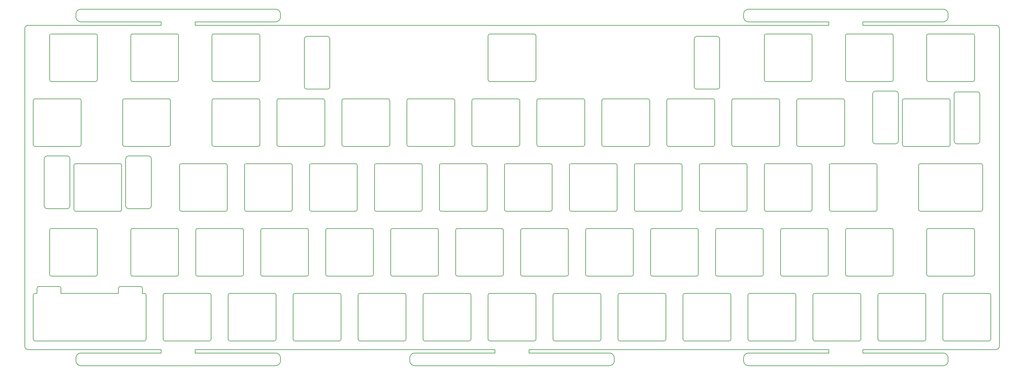
<source format=gbr>
%TF.GenerationSoftware,KiCad,Pcbnew,7.0.1-0*%
%TF.CreationDate,2023-08-02T23:05:51-05:00*%
%TF.ProjectId,plate,706c6174-652e-46b6-9963-61645f706362,rev?*%
%TF.SameCoordinates,Original*%
%TF.FileFunction,Profile,NP*%
%FSLAX46Y46*%
G04 Gerber Fmt 4.6, Leading zero omitted, Abs format (unit mm)*
G04 Created by KiCad (PCBNEW 7.0.1-0) date 2023-08-02 23:05:51*
%MOMM*%
%LPD*%
G01*
G04 APERTURE LIST*
%TA.AperFunction,Profile*%
%ADD10C,0.200000*%
%TD*%
G04 APERTURE END LIST*
D10*
X27758025Y-44053169D02*
X-11241975Y-44053162D01*
X27758025Y-43053169D02*
X27758025Y-44053169D01*
X4258025Y-43053169D02*
X27758025Y-43053169D01*
X2758025Y-41553169D02*
G75*
G03*
X4258025Y-43053169I1499999J-1D01*
G01*
X2758025Y-40803169D02*
X2758025Y-41553169D01*
X4258025Y-39303169D02*
G75*
G03*
X2758025Y-40803169I1J-1500001D01*
G01*
X61258025Y-39303169D02*
X4258025Y-39303169D01*
X62758025Y-40803169D02*
G75*
G03*
X61258025Y-39303169I-1500001J-1D01*
G01*
X62758025Y-41553169D02*
X62758025Y-40803169D01*
X61258025Y-43053169D02*
G75*
G03*
X62758025Y-41553169I1J1499999D01*
G01*
X37758025Y-43053169D02*
X61258025Y-43053169D01*
X37761871Y-44053162D02*
X37758025Y-43053169D01*
X223508025Y-44053162D02*
X37761871Y-44053162D01*
X223508025Y-43053162D02*
X223508025Y-44053162D01*
X200008025Y-43053162D02*
X223508025Y-43053162D01*
X198508025Y-41553162D02*
G75*
G03*
X200008025Y-43053162I1500001J1D01*
G01*
X198508025Y-40803162D02*
X198508025Y-41553162D01*
X200008025Y-39303162D02*
G75*
G03*
X198508025Y-40803162I1J-1500001D01*
G01*
X257008025Y-39303162D02*
X200008025Y-39303162D01*
X258508025Y-40803162D02*
G75*
G03*
X257008025Y-39303162I-1500001J-1D01*
G01*
X258508025Y-41553162D02*
X258508025Y-40803162D01*
X257008025Y-43053162D02*
G75*
G03*
X258508025Y-41553162I-1J1500001D01*
G01*
X233508025Y-43053162D02*
X257008025Y-43053162D01*
X233508025Y-44053162D02*
X233508025Y-43053162D01*
X272508025Y-44053162D02*
X233508025Y-44053162D01*
X273508025Y-45053162D02*
G75*
G03*
X272508025Y-44053162I-999999J1D01*
G01*
X273508025Y-138303162D02*
X273508025Y-45053162D01*
X272508025Y-139303162D02*
G75*
G03*
X273508025Y-138303162I1J999999D01*
G01*
X233508025Y-139303162D02*
X272508025Y-139303162D01*
X233508025Y-140303162D02*
X233508025Y-139303162D01*
X257008025Y-140303162D02*
X233508025Y-140303162D01*
X258508025Y-141803162D02*
G75*
G03*
X257008025Y-140303162I-1500001J-1D01*
G01*
X258508025Y-142553162D02*
X258508025Y-141803162D01*
X257008025Y-144053162D02*
G75*
G03*
X258508025Y-142553162I-1J1500001D01*
G01*
X200008025Y-144053162D02*
X257008025Y-144053162D01*
X198508025Y-142553162D02*
G75*
G03*
X200008025Y-144053162I1500001J1D01*
G01*
X198508025Y-141803162D02*
X198508025Y-142553162D01*
X200008025Y-140303162D02*
G75*
G03*
X198508025Y-141803162I1J-1500001D01*
G01*
X223508025Y-140303162D02*
X200008025Y-140303162D01*
X223508025Y-139303162D02*
X223508025Y-140303162D01*
X135633025Y-139303162D02*
X223508025Y-139303162D01*
X135633025Y-140303162D02*
X135633025Y-139303162D01*
X159133025Y-140303162D02*
X135633025Y-140303162D01*
X160633025Y-141803162D02*
G75*
G03*
X159133025Y-140303162I-1500001J-1D01*
G01*
X160633025Y-142553162D02*
X160633025Y-141803162D01*
X159133025Y-144053162D02*
G75*
G03*
X160633025Y-142553162I-1J1500001D01*
G01*
X102133025Y-144053162D02*
X159133025Y-144053162D01*
X100633025Y-142553162D02*
G75*
G03*
X102133025Y-144053162I1500001J1D01*
G01*
X100633025Y-141803162D02*
X100633025Y-142553162D01*
X102133025Y-140303162D02*
G75*
G03*
X100633025Y-141803162I1J-1500001D01*
G01*
X125633025Y-140303162D02*
X102133025Y-140303162D01*
X125633025Y-139303162D02*
X125633025Y-140303162D01*
X37758025Y-139303162D02*
X125633025Y-139303162D01*
X37758025Y-140303162D02*
X37758025Y-139303162D01*
X61258025Y-140303162D02*
X37758025Y-140303162D01*
X62758025Y-141803162D02*
G75*
G03*
X61258025Y-140303162I-1500001J-1D01*
G01*
X62758025Y-142553162D02*
X62758025Y-141803162D01*
X61258025Y-144053162D02*
G75*
G03*
X62758025Y-142553162I-1J1500001D01*
G01*
X4258025Y-144053162D02*
X61258025Y-144053162D01*
X2758025Y-142553162D02*
G75*
G03*
X4258025Y-144053162I1500001J1D01*
G01*
X2758025Y-141803162D02*
X2758025Y-142553162D01*
X4258025Y-140303162D02*
G75*
G03*
X2758025Y-141803162I1J-1500001D01*
G01*
X27758025Y-140303162D02*
X4258025Y-140303162D01*
X27758025Y-139303162D02*
X27758025Y-140303162D01*
X-11241975Y-139303162D02*
X27758025Y-139303162D01*
X-12241975Y-138303162D02*
G75*
G03*
X-11241975Y-139303162I999999J-1D01*
G01*
X-12241975Y-45053162D02*
X-12241975Y-138303162D01*
X-11241975Y-44053162D02*
G75*
G03*
X-12241975Y-45053162I-1J-999999D01*
G01*
X76508025Y-117728162D02*
X89508025Y-117728162D01*
X76008025Y-117228162D02*
G75*
G03*
X76508025Y-117728162I500001J1D01*
G01*
X76008025Y-104228162D02*
X76008025Y-117228162D01*
X76508025Y-103728162D02*
G75*
G03*
X76008025Y-104228162I1J-500001D01*
G01*
X89508025Y-103728162D02*
X76508025Y-103728162D01*
X90008025Y-104228162D02*
G75*
G03*
X89508025Y-103728162I-500001J-1D01*
G01*
X90008025Y-117228162D02*
X90008025Y-104228162D01*
X89508025Y-117728162D02*
G75*
G03*
X90008025Y-117228162I-1J500001D01*
G01*
X133658025Y-117728162D02*
X146658025Y-117728162D01*
X133158025Y-117228162D02*
G75*
G03*
X133658025Y-117728162I500001J1D01*
G01*
X133158025Y-104228162D02*
X133158025Y-117228162D01*
X133658025Y-103728162D02*
G75*
G03*
X133158025Y-104228162I1J-500001D01*
G01*
X146658025Y-103728162D02*
X133658025Y-103728162D01*
X147158025Y-104228162D02*
G75*
G03*
X146658025Y-103728162I-500001J-1D01*
G01*
X147158025Y-117228162D02*
X147158025Y-104228162D01*
X146658025Y-117728162D02*
G75*
G03*
X147158025Y-117228162I-1J500001D01*
G01*
X181283025Y-136778162D02*
X194283025Y-136778162D01*
X180783025Y-136278162D02*
G75*
G03*
X181283025Y-136778162I500001J1D01*
G01*
X180783025Y-123278162D02*
X180783025Y-136278162D01*
X181283025Y-122778162D02*
G75*
G03*
X180783025Y-123278162I1J-500001D01*
G01*
X194283025Y-122778162D02*
X181283025Y-122778162D01*
X194783025Y-123278162D02*
G75*
G03*
X194283025Y-122778162I-500001J-1D01*
G01*
X194783025Y-136278162D02*
X194783025Y-123278162D01*
X194283025Y-136778162D02*
G75*
G03*
X194783025Y-136278162I-1J500001D01*
G01*
X-9216975Y-79628162D02*
X3783025Y-79628162D01*
X-9716975Y-79128162D02*
G75*
G03*
X-9216975Y-79628162I500001J1D01*
G01*
X-9716975Y-66128162D02*
X-9716975Y-79128162D01*
X-9216975Y-65628162D02*
G75*
G03*
X-9716975Y-66128162I1J-500001D01*
G01*
X3783025Y-65628162D02*
X-9216975Y-65628162D01*
X4283025Y-66128162D02*
G75*
G03*
X3783025Y-65628162I-500001J-1D01*
G01*
X4283025Y-79128162D02*
X4283025Y-66128162D01*
X3783025Y-79628162D02*
G75*
G03*
X4283025Y-79128162I-1J500001D01*
G01*
X57458025Y-117728162D02*
X70458025Y-117728162D01*
X56958025Y-117228162D02*
G75*
G03*
X57458025Y-117728162I500001J1D01*
G01*
X56958025Y-104228162D02*
X56958025Y-117228162D01*
X57458025Y-103728162D02*
G75*
G03*
X56958025Y-104228162I1J-500001D01*
G01*
X70458025Y-103728162D02*
X57458025Y-103728162D01*
X70958025Y-104228162D02*
G75*
G03*
X70458025Y-103728162I-500001J-1D01*
G01*
X70958025Y-117228162D02*
X70958025Y-104228162D01*
X70458025Y-117728162D02*
G75*
G03*
X70958025Y-117228162I-1J500001D01*
G01*
X-9216975Y-136778162D02*
X22833025Y-136778162D01*
X-9716975Y-136278162D02*
G75*
G03*
X-9216975Y-136778162I500001J1D01*
G01*
X-9716975Y-123278162D02*
X-9716975Y-136278162D01*
X-9216975Y-122778162D02*
G75*
G03*
X-9716975Y-123278162I1J-500001D01*
G01*
X-8629975Y-122778162D02*
X-9216975Y-122778162D01*
X-8629975Y-121278162D02*
X-8629975Y-122778162D01*
X-8129975Y-120778162D02*
G75*
G03*
X-8629975Y-121278162I1J-500001D01*
G01*
X-2129975Y-120778162D02*
X-8129975Y-120778162D01*
X-1629975Y-121278162D02*
G75*
G03*
X-2129975Y-120778162I-500001J-1D01*
G01*
X-1629975Y-122778162D02*
X-1629975Y-121278162D01*
X15246025Y-122778162D02*
X-1629975Y-122778162D01*
X15246025Y-121278162D02*
X15246025Y-122778162D01*
X15746025Y-120778162D02*
G75*
G03*
X15246025Y-121278162I1J-500001D01*
G01*
X21746025Y-120778162D02*
X15746025Y-120778162D01*
X22246025Y-121278162D02*
G75*
G03*
X21746025Y-120778162I-500001J-1D01*
G01*
X22246025Y-122778162D02*
X22246025Y-121278162D01*
X22833025Y-122778162D02*
X22246025Y-122778162D01*
X23333025Y-123278162D02*
G75*
G03*
X22833025Y-122778162I-500001J-1D01*
G01*
X23333025Y-136278162D02*
X23333025Y-123278162D01*
X22833025Y-136778162D02*
G75*
G03*
X23333025Y-136278162I-1J500001D01*
G01*
X228908025Y-117728162D02*
X241908025Y-117728162D01*
X228408025Y-117228162D02*
G75*
G03*
X228908025Y-117728162I500001J1D01*
G01*
X228408025Y-104228162D02*
X228408025Y-117228162D01*
X228908025Y-103728162D02*
G75*
G03*
X228408025Y-104228162I1J-500001D01*
G01*
X241908025Y-103728162D02*
X228908025Y-103728162D01*
X242408025Y-104228162D02*
G75*
G03*
X241908025Y-103728162I-500001J-1D01*
G01*
X242408025Y-117228162D02*
X242408025Y-104228162D01*
X241908025Y-117728162D02*
G75*
G03*
X242408025Y-117228162I-1J500001D01*
G01*
X162233025Y-136778162D02*
X175233025Y-136778162D01*
X161733025Y-136278162D02*
G75*
G03*
X162233025Y-136778162I500001J1D01*
G01*
X161733025Y-123278162D02*
X161733025Y-136278162D01*
X162233025Y-122778162D02*
G75*
G03*
X161733025Y-123278162I1J-500001D01*
G01*
X175233025Y-122778162D02*
X162233025Y-122778162D01*
X175733025Y-123278162D02*
G75*
G03*
X175233025Y-122778162I-500001J-1D01*
G01*
X175733025Y-136278162D02*
X175733025Y-123278162D01*
X175233025Y-136778162D02*
G75*
G03*
X175733025Y-136278162I-1J500001D01*
G01*
X157470525Y-79628162D02*
X170470525Y-79628162D01*
X156970525Y-79128162D02*
G75*
G03*
X157470525Y-79628162I500001J1D01*
G01*
X156970525Y-66128162D02*
X156970525Y-79128162D01*
X157470525Y-65628162D02*
G75*
G03*
X156970525Y-66128162I1J-500001D01*
G01*
X170470525Y-65628162D02*
X157470525Y-65628162D01*
X170970525Y-66128162D02*
G75*
G03*
X170470525Y-65628162I-500001J-1D01*
G01*
X170970525Y-79128162D02*
X170970525Y-66128162D01*
X170470525Y-79628162D02*
G75*
G03*
X170970525Y-79128162I-1J500001D01*
G01*
X237138775Y-78878162D02*
X243138775Y-78878162D01*
X236388775Y-78128162D02*
G75*
G03*
X237138775Y-78878162I750000J0D01*
G01*
X236388775Y-64128162D02*
X236388775Y-78128162D01*
X237138775Y-63378162D02*
G75*
G03*
X236388775Y-64128162I0J-750000D01*
G01*
X243138775Y-63378162D02*
X237138775Y-63378162D01*
X243888775Y-64128162D02*
G75*
G03*
X243138775Y-63378162I-750000J0D01*
G01*
X243888775Y-78128162D02*
X243888775Y-64128162D01*
X243138775Y-78878162D02*
G75*
G03*
X243888775Y-78128162I0J750000D01*
G01*
X62220525Y-79628162D02*
X75220525Y-79628162D01*
X61720525Y-79128162D02*
G75*
G03*
X62220525Y-79628162I500001J1D01*
G01*
X61720525Y-66128162D02*
X61720525Y-79128162D01*
X62220525Y-65628162D02*
G75*
G03*
X61720525Y-66128162I1J-500001D01*
G01*
X75220525Y-65628162D02*
X62220525Y-65628162D01*
X75720525Y-66128162D02*
G75*
G03*
X75220525Y-65628162I-500001J-1D01*
G01*
X75720525Y-79128162D02*
X75720525Y-66128162D01*
X75220525Y-79628162D02*
G75*
G03*
X75720525Y-79128162I-1J500001D01*
G01*
X166495525Y-85178162D02*
X166495525Y-98178162D01*
X166995525Y-84678162D02*
G75*
G03*
X166495525Y-85178162I1J-500001D01*
G01*
X179995525Y-84678162D02*
X166995525Y-84678162D01*
X180495525Y-85178162D02*
G75*
G03*
X179995525Y-84678162I-500001J-1D01*
G01*
X180495525Y-98178162D02*
X180495525Y-85178162D01*
X179995525Y-98678162D02*
G75*
G03*
X180495525Y-98178162I-1J500001D01*
G01*
X166995525Y-98678162D02*
X179995525Y-98678162D01*
X166495525Y-98178162D02*
G75*
G03*
X166995525Y-98678162I500001J1D01*
G01*
X33645525Y-98678162D02*
X46645525Y-98678162D01*
X33145525Y-98178162D02*
G75*
G03*
X33645525Y-98678162I500001J1D01*
G01*
X33145525Y-85178162D02*
X33145525Y-98178162D01*
X33645525Y-84678162D02*
G75*
G03*
X33145525Y-85178162I1J-500001D01*
G01*
X46645525Y-84678162D02*
X33645525Y-84678162D01*
X47145525Y-85178162D02*
G75*
G03*
X46645525Y-84678162I-500001J-1D01*
G01*
X47145525Y-98178162D02*
X47145525Y-85178162D01*
X46645525Y-98678162D02*
G75*
G03*
X47145525Y-98178162I-1J500001D01*
G01*
X245576775Y-79628162D02*
X258576775Y-79628162D01*
X245076775Y-79128162D02*
G75*
G03*
X245576775Y-79628162I500001J1D01*
G01*
X245076775Y-66128162D02*
X245076775Y-79128162D01*
X245576775Y-65628162D02*
G75*
G03*
X245076775Y-66128162I1J-500001D01*
G01*
X258576775Y-65628162D02*
X245576775Y-65628162D01*
X259076775Y-66128162D02*
G75*
G03*
X258576775Y-65628162I-500001J-1D01*
G01*
X259076775Y-79128162D02*
X259076775Y-66128162D01*
X258576775Y-79628162D02*
G75*
G03*
X259076775Y-79128162I-1J500001D01*
G01*
X190020525Y-66128162D02*
G75*
G03*
X189520525Y-65628162I-500001J-1D01*
G01*
X176520525Y-65628162D02*
X189520525Y-65628162D01*
X176520525Y-65628162D02*
G75*
G03*
X176020525Y-66128162I1J-500001D01*
G01*
X176020525Y-79128162D02*
X176020525Y-66128162D01*
X176020525Y-79128162D02*
G75*
G03*
X176520525Y-79628162I500001J1D01*
G01*
X189520525Y-79628162D02*
X176520525Y-79628162D01*
X189520525Y-79628162D02*
G75*
G03*
X190020525Y-79128162I-1J500001D01*
G01*
X190020525Y-66128162D02*
X190020525Y-79128162D01*
X66983025Y-136778162D02*
X79983025Y-136778162D01*
X66483025Y-136278162D02*
G75*
G03*
X66983025Y-136778162I500001J1D01*
G01*
X66483025Y-123278162D02*
X66483025Y-136278162D01*
X66983025Y-122778162D02*
G75*
G03*
X66483025Y-123278162I1J-500001D01*
G01*
X79983025Y-122778162D02*
X66983025Y-122778162D01*
X80483025Y-123278162D02*
G75*
G03*
X79983025Y-122778162I-500001J-1D01*
G01*
X80483025Y-136278162D02*
X80483025Y-123278162D01*
X79983025Y-136778162D02*
G75*
G03*
X80483025Y-136278162I-1J500001D01*
G01*
X124133025Y-136778162D02*
X137133025Y-136778162D01*
X123633025Y-136278162D02*
G75*
G03*
X124133025Y-136778162I500001J1D01*
G01*
X123633025Y-123278162D02*
X123633025Y-136278162D01*
X124133025Y-122778162D02*
G75*
G03*
X123633025Y-123278162I1J-500001D01*
G01*
X137133025Y-122778162D02*
X124133025Y-122778162D01*
X137633025Y-123278162D02*
G75*
G03*
X137133025Y-122778162I-500001J-1D01*
G01*
X137633025Y-136278162D02*
X137633025Y-123278162D01*
X137133025Y-136778162D02*
G75*
G03*
X137633025Y-136278162I-1J500001D01*
G01*
X43170525Y-79628162D02*
X56170525Y-79628162D01*
X42670525Y-79128162D02*
G75*
G03*
X43170525Y-79628162I500001J1D01*
G01*
X42670525Y-66128162D02*
X42670525Y-79128162D01*
X43170525Y-65628162D02*
G75*
G03*
X42670525Y-66128162I1J-500001D01*
G01*
X56170525Y-65628162D02*
X43170525Y-65628162D01*
X56670525Y-66128162D02*
G75*
G03*
X56170525Y-65628162I-500001J-1D01*
G01*
X56670525Y-79128162D02*
X56670525Y-66128162D01*
X56170525Y-79628162D02*
G75*
G03*
X56670525Y-79128162I-1J500001D01*
G01*
X81270525Y-79628162D02*
X94270525Y-79628162D01*
X80770525Y-79128162D02*
G75*
G03*
X81270525Y-79628162I500001J1D01*
G01*
X80770525Y-66128162D02*
X80770525Y-79128162D01*
X81270525Y-65628162D02*
G75*
G03*
X80770525Y-66128162I1J-500001D01*
G01*
X94270525Y-65628162D02*
X81270525Y-65628162D01*
X94770525Y-66128162D02*
G75*
G03*
X94270525Y-65628162I-500001J-1D01*
G01*
X94770525Y-79128162D02*
X94770525Y-66128162D01*
X94270525Y-79628162D02*
G75*
G03*
X94770525Y-79128162I-1J500001D01*
G01*
X28883025Y-136778162D02*
X41883025Y-136778162D01*
X28383025Y-136278162D02*
G75*
G03*
X28883025Y-136778162I500001J1D01*
G01*
X28383025Y-123278162D02*
X28383025Y-136278162D01*
X28883025Y-122778162D02*
G75*
G03*
X28383025Y-123278162I1J-500001D01*
G01*
X41883025Y-122778162D02*
X28883025Y-122778162D01*
X42383025Y-123278162D02*
G75*
G03*
X41883025Y-122778162I-500001J-1D01*
G01*
X42383025Y-136278162D02*
X42383025Y-123278162D01*
X41883025Y-136778162D02*
G75*
G03*
X42383025Y-136278162I-1J500001D01*
G01*
X47433025Y-123278162D02*
X47433025Y-136278162D01*
X47933025Y-122778162D02*
G75*
G03*
X47433025Y-123278162I1J-500001D01*
G01*
X60933025Y-122778162D02*
X47933025Y-122778162D01*
X61433025Y-123278162D02*
G75*
G03*
X60933025Y-122778162I-500001J-1D01*
G01*
X61433025Y-136278162D02*
X61433025Y-123278162D01*
X60933025Y-136778162D02*
G75*
G03*
X61433025Y-136278162I-1J500001D01*
G01*
X47933025Y-136778162D02*
X60933025Y-136778162D01*
X47433025Y-136278162D02*
G75*
G03*
X47933025Y-136778162I500001J1D01*
G01*
X114608025Y-117728162D02*
X127608025Y-117728162D01*
X114108025Y-117228162D02*
G75*
G03*
X114608025Y-117728162I500001J1D01*
G01*
X114108025Y-104228162D02*
X114108025Y-117228162D01*
X114608025Y-103728162D02*
G75*
G03*
X114108025Y-104228162I1J-500001D01*
G01*
X127608025Y-103728162D02*
X114608025Y-103728162D01*
X128108025Y-104228162D02*
G75*
G03*
X127608025Y-103728162I-500001J-1D01*
G01*
X128108025Y-117228162D02*
X128108025Y-104228162D01*
X127608025Y-117728162D02*
G75*
G03*
X128108025Y-117228162I-1J500001D01*
G01*
X52195525Y-85178162D02*
X52195525Y-98178162D01*
X52695525Y-84678162D02*
G75*
G03*
X52195525Y-85178162I1J-500001D01*
G01*
X65695525Y-84678162D02*
X52695525Y-84678162D01*
X66195525Y-85178162D02*
G75*
G03*
X65695525Y-84678162I-500001J-1D01*
G01*
X66195525Y-98178162D02*
X66195525Y-85178162D01*
X65695525Y-98678162D02*
G75*
G03*
X66195525Y-98178162I-1J500001D01*
G01*
X52695525Y-98678162D02*
X65695525Y-98678162D01*
X52195525Y-98178162D02*
G75*
G03*
X52695525Y-98678162I500001J1D01*
G01*
X266220525Y-47078162D02*
G75*
G03*
X265720525Y-46578162I-500001J-1D01*
G01*
X252720525Y-46578162D02*
X265720525Y-46578162D01*
X252720525Y-46578162D02*
G75*
G03*
X252220525Y-47078162I1J-500001D01*
G01*
X252220525Y-60078162D02*
X252220525Y-47078162D01*
X252220525Y-60078162D02*
G75*
G03*
X252720525Y-60578162I500001J1D01*
G01*
X265720525Y-60578162D02*
X252720525Y-60578162D01*
X265720525Y-60578162D02*
G75*
G03*
X266220525Y-60078162I-1J500001D01*
G01*
X266220525Y-47078162D02*
X266220525Y-60078162D01*
X214620525Y-79628162D02*
X227620525Y-79628162D01*
X214120525Y-79128162D02*
G75*
G03*
X214620525Y-79628162I500001J1D01*
G01*
X214120525Y-66128162D02*
X214120525Y-79128162D01*
X214620525Y-65628162D02*
G75*
G03*
X214120525Y-66128162I1J-500001D01*
G01*
X227620525Y-65628162D02*
X214620525Y-65628162D01*
X228120525Y-66128162D02*
G75*
G03*
X227620525Y-65628162I-500001J-1D01*
G01*
X228120525Y-79128162D02*
X228120525Y-66128162D01*
X227620525Y-79628162D02*
G75*
G03*
X228120525Y-79128162I-1J500001D01*
G01*
X128895525Y-98678162D02*
X141895525Y-98678162D01*
X128395525Y-98178162D02*
G75*
G03*
X128895525Y-98678162I500001J1D01*
G01*
X128395525Y-85178162D02*
X128395525Y-98178162D01*
X128895525Y-84678162D02*
G75*
G03*
X128395525Y-85178162I1J-500001D01*
G01*
X141895525Y-84678162D02*
X128895525Y-84678162D01*
X142395525Y-85178162D02*
G75*
G03*
X141895525Y-84678162I-500001J-1D01*
G01*
X142395525Y-98178162D02*
X142395525Y-85178162D01*
X141895525Y-98678162D02*
G75*
G03*
X142395525Y-98178162I-1J500001D01*
G01*
X223358025Y-104228162D02*
G75*
G03*
X222858025Y-103728162I-500001J-1D01*
G01*
X209858025Y-103728162D02*
X222858025Y-103728162D01*
X209858025Y-103728162D02*
G75*
G03*
X209358025Y-104228162I1J-500001D01*
G01*
X209358025Y-117228162D02*
X209358025Y-104228162D01*
X209358025Y-117228162D02*
G75*
G03*
X209858025Y-117728162I500001J1D01*
G01*
X222858025Y-117728162D02*
X209858025Y-117728162D01*
X222858025Y-117728162D02*
G75*
G03*
X223358025Y-117228162I-1J500001D01*
G01*
X223358025Y-104228162D02*
X223358025Y-117228162D01*
X109845525Y-98678162D02*
X122845525Y-98678162D01*
X109345525Y-98178162D02*
G75*
G03*
X109845525Y-98678162I500001J1D01*
G01*
X109345525Y-85178162D02*
X109345525Y-98178162D01*
X109845525Y-84678162D02*
G75*
G03*
X109345525Y-85178162I1J-500001D01*
G01*
X122845525Y-84678162D02*
X109845525Y-84678162D01*
X123345525Y-85178162D02*
G75*
G03*
X122845525Y-84678162I-500001J-1D01*
G01*
X123345525Y-98178162D02*
X123345525Y-85178162D01*
X122845525Y-98678162D02*
G75*
G03*
X123345525Y-98178162I-1J500001D01*
G01*
X105083025Y-136778162D02*
X118083025Y-136778162D01*
X104583025Y-136278162D02*
G75*
G03*
X105083025Y-136778162I500001J1D01*
G01*
X104583025Y-123278162D02*
X104583025Y-136278162D01*
X105083025Y-122778162D02*
G75*
G03*
X104583025Y-123278162I1J-500001D01*
G01*
X118083025Y-122778162D02*
X105083025Y-122778162D01*
X118583025Y-123278162D02*
G75*
G03*
X118083025Y-122778162I-500001J-1D01*
G01*
X118583025Y-136278162D02*
X118583025Y-123278162D01*
X118083025Y-136778162D02*
G75*
G03*
X118583025Y-136278162I-1J500001D01*
G01*
X71745525Y-98678162D02*
X84745525Y-98678162D01*
X71245525Y-98178162D02*
G75*
G03*
X71745525Y-98678162I500001J1D01*
G01*
X71245525Y-85178162D02*
X71245525Y-98178162D01*
X71745525Y-84678162D02*
G75*
G03*
X71245525Y-85178162I1J-500001D01*
G01*
X84745525Y-84678162D02*
X71745525Y-84678162D01*
X85245525Y-85178162D02*
G75*
G03*
X84745525Y-84678162I-500001J-1D01*
G01*
X85245525Y-98178162D02*
X85245525Y-85178162D01*
X84745525Y-98678162D02*
G75*
G03*
X85245525Y-98178162I-1J500001D01*
G01*
X2689275Y-98678162D02*
X15689275Y-98678162D01*
X2189275Y-98178162D02*
G75*
G03*
X2689275Y-98678162I500001J1D01*
G01*
X2189275Y-85178162D02*
X2189275Y-98178162D01*
X2689275Y-84678162D02*
G75*
G03*
X2189275Y-85178162I1J-500001D01*
G01*
X15689275Y-84678162D02*
X2689275Y-84678162D01*
X16189275Y-85178162D02*
G75*
G03*
X15689275Y-84678162I-500001J-1D01*
G01*
X16189275Y-98178162D02*
X16189275Y-85178162D01*
X15689275Y-98678162D02*
G75*
G03*
X16189275Y-98178162I-1J500001D01*
G01*
X18127275Y-97928162D02*
X24127275Y-97928162D01*
X17377275Y-97178162D02*
G75*
G03*
X18127275Y-97928162I750000J0D01*
G01*
X17377275Y-83178162D02*
X17377275Y-97178162D01*
X18127275Y-82428162D02*
G75*
G03*
X17377275Y-83178162I0J-750000D01*
G01*
X24127275Y-82428162D02*
X18127275Y-82428162D01*
X24877275Y-83178162D02*
G75*
G03*
X24127275Y-82428162I-750000J0D01*
G01*
X24877275Y-97178162D02*
X24877275Y-83178162D01*
X24127275Y-97928162D02*
G75*
G03*
X24877275Y-97178162I0J750000D01*
G01*
X38408025Y-117728162D02*
X51408025Y-117728162D01*
X37908025Y-117228162D02*
G75*
G03*
X38408025Y-117728162I500001J1D01*
G01*
X37908025Y-104228162D02*
X37908025Y-117228162D01*
X38408025Y-103728162D02*
G75*
G03*
X37908025Y-104228162I1J-500001D01*
G01*
X51408025Y-103728162D02*
X38408025Y-103728162D01*
X51908025Y-104228162D02*
G75*
G03*
X51408025Y-103728162I-500001J-1D01*
G01*
X51908025Y-117228162D02*
X51908025Y-104228162D01*
X51408025Y-117728162D02*
G75*
G03*
X51908025Y-117228162I-1J500001D01*
G01*
X-4454475Y-117728162D02*
X8545525Y-117728162D01*
X-4954475Y-117228162D02*
G75*
G03*
X-4454475Y-117728162I500001J1D01*
G01*
X-4954475Y-104228162D02*
X-4954475Y-117228162D01*
X-4454475Y-103728162D02*
G75*
G03*
X-4954475Y-104228162I1J-500001D01*
G01*
X8545525Y-103728162D02*
X-4454475Y-103728162D01*
X9045525Y-104228162D02*
G75*
G03*
X8545525Y-103728162I-500001J-1D01*
G01*
X9045525Y-117228162D02*
X9045525Y-104228162D01*
X8545525Y-117728162D02*
G75*
G03*
X9045525Y-117228162I-1J500001D01*
G01*
X-5748725Y-97928162D02*
X251275Y-97928162D01*
X-6498725Y-97178162D02*
G75*
G03*
X-5748725Y-97928162I750000J0D01*
G01*
X-6498725Y-83178162D02*
X-6498725Y-97178162D01*
X-5748725Y-82428162D02*
G75*
G03*
X-6498725Y-83178162I0J-750000D01*
G01*
X251275Y-82428162D02*
X-5748725Y-82428162D01*
X1001275Y-83178162D02*
G75*
G03*
X251275Y-82428162I-750000J0D01*
G01*
X1001275Y-97178162D02*
X1001275Y-83178162D01*
X251275Y-97928162D02*
G75*
G03*
X1001275Y-97178162I0J750000D01*
G01*
X16976775Y-79628162D02*
X29976775Y-79628162D01*
X16476775Y-79128162D02*
G75*
G03*
X16976775Y-79628162I500001J1D01*
G01*
X16476775Y-66128162D02*
X16476775Y-79128162D01*
X16976775Y-65628162D02*
G75*
G03*
X16476775Y-66128162I1J-500001D01*
G01*
X29976775Y-65628162D02*
X16976775Y-65628162D01*
X30476775Y-66128162D02*
G75*
G03*
X29976775Y-65628162I-500001J-1D01*
G01*
X30476775Y-79128162D02*
X30476775Y-66128162D01*
X29976775Y-79628162D02*
G75*
G03*
X30476775Y-79128162I-1J500001D01*
G01*
X205095525Y-98678162D02*
X218095525Y-98678162D01*
X204595525Y-98178162D02*
G75*
G03*
X205095525Y-98678162I500001J1D01*
G01*
X204595525Y-85178162D02*
X204595525Y-98178162D01*
X205095525Y-84678162D02*
G75*
G03*
X204595525Y-85178162I1J-500001D01*
G01*
X218095525Y-84678162D02*
X205095525Y-84678162D01*
X218595525Y-85178162D02*
G75*
G03*
X218095525Y-84678162I-500001J-1D01*
G01*
X218595525Y-98178162D02*
X218595525Y-85178162D01*
X218095525Y-98678162D02*
G75*
G03*
X218595525Y-98178162I-1J500001D01*
G01*
X138420525Y-79628162D02*
X151420525Y-79628162D01*
X137920525Y-79128162D02*
G75*
G03*
X138420525Y-79628162I500001J1D01*
G01*
X137920525Y-66128162D02*
X137920525Y-79128162D01*
X138420525Y-65628162D02*
G75*
G03*
X137920525Y-66128162I1J-500001D01*
G01*
X151420525Y-65628162D02*
X138420525Y-65628162D01*
X151920525Y-66128162D02*
G75*
G03*
X151420525Y-65628162I-500001J-1D01*
G01*
X151920525Y-79128162D02*
X151920525Y-66128162D01*
X151420525Y-79628162D02*
G75*
G03*
X151920525Y-79128162I-1J500001D01*
G01*
X86033025Y-136778162D02*
X99033025Y-136778162D01*
X85533025Y-136278162D02*
G75*
G03*
X86033025Y-136778162I500001J1D01*
G01*
X85533025Y-123278162D02*
X85533025Y-136278162D01*
X86033025Y-122778162D02*
G75*
G03*
X85533025Y-123278162I1J-500001D01*
G01*
X99033025Y-122778162D02*
X86033025Y-122778162D01*
X99533025Y-123278162D02*
G75*
G03*
X99033025Y-122778162I-500001J-1D01*
G01*
X99533025Y-136278162D02*
X99533025Y-123278162D01*
X99033025Y-136778162D02*
G75*
G03*
X99533025Y-136278162I-1J500001D01*
G01*
X19358025Y-60578162D02*
X32358025Y-60578162D01*
X18858025Y-60078162D02*
G75*
G03*
X19358025Y-60578162I500001J1D01*
G01*
X18858025Y-47078162D02*
X18858025Y-60078162D01*
X19358025Y-46578162D02*
G75*
G03*
X18858025Y-47078162I1J-500001D01*
G01*
X32358025Y-46578162D02*
X19358025Y-46578162D01*
X32858025Y-47078162D02*
G75*
G03*
X32358025Y-46578162I-500001J-1D01*
G01*
X32858025Y-60078162D02*
X32858025Y-47078162D01*
X32358025Y-60578162D02*
G75*
G03*
X32858025Y-60078162I-1J500001D01*
G01*
X238433025Y-136778162D02*
X251433025Y-136778162D01*
X237933025Y-136278162D02*
G75*
G03*
X238433025Y-136778162I500001J1D01*
G01*
X237933025Y-123278162D02*
X237933025Y-136278162D01*
X238433025Y-122778162D02*
G75*
G03*
X237933025Y-123278162I1J-500001D01*
G01*
X251433025Y-122778162D02*
X238433025Y-122778162D01*
X251933025Y-123278162D02*
G75*
G03*
X251433025Y-122778162I-500001J-1D01*
G01*
X251933025Y-136278162D02*
X251933025Y-123278162D01*
X251433025Y-136778162D02*
G75*
G03*
X251933025Y-136278162I-1J500001D01*
G01*
X199545525Y-85178162D02*
G75*
G03*
X199045525Y-84678162I-500001J-1D01*
G01*
X186045525Y-84678162D02*
X199045525Y-84678162D01*
X186045525Y-84678162D02*
G75*
G03*
X185545525Y-85178162I1J-500001D01*
G01*
X185545525Y-98178162D02*
X185545525Y-85178162D01*
X185545525Y-98178162D02*
G75*
G03*
X186045525Y-98678162I500001J1D01*
G01*
X199045525Y-98678162D02*
X186045525Y-98678162D01*
X199045525Y-98678162D02*
G75*
G03*
X199545525Y-98178162I-1J500001D01*
G01*
X199545525Y-85178162D02*
X199545525Y-98178162D01*
X171758025Y-117728162D02*
X184758025Y-117728162D01*
X171258025Y-117228162D02*
G75*
G03*
X171758025Y-117728162I500001J1D01*
G01*
X171258025Y-104228162D02*
X171258025Y-117228162D01*
X171758025Y-103728162D02*
G75*
G03*
X171258025Y-104228162I1J-500001D01*
G01*
X184758025Y-103728162D02*
X171758025Y-103728162D01*
X185258025Y-104228162D02*
G75*
G03*
X184758025Y-103728162I-500001J-1D01*
G01*
X185258025Y-117228162D02*
X185258025Y-104228162D01*
X184758025Y-117728162D02*
G75*
G03*
X185258025Y-117228162I-1J500001D01*
G01*
X224145525Y-98678162D02*
X237145525Y-98678162D01*
X223645525Y-98178162D02*
G75*
G03*
X224145525Y-98678162I500001J1D01*
G01*
X223645525Y-85178162D02*
X223645525Y-98178162D01*
X224145525Y-84678162D02*
G75*
G03*
X223645525Y-85178162I1J-500001D01*
G01*
X237145525Y-84678162D02*
X224145525Y-84678162D01*
X237645525Y-85178162D02*
G75*
G03*
X237145525Y-84678162I-500001J-1D01*
G01*
X237645525Y-98178162D02*
X237645525Y-85178162D01*
X237145525Y-98678162D02*
G75*
G03*
X237645525Y-98178162I-1J500001D01*
G01*
X43170525Y-60578162D02*
X56170525Y-60578162D01*
X42670525Y-60078162D02*
G75*
G03*
X43170525Y-60578162I500001J1D01*
G01*
X42670525Y-47078162D02*
X42670525Y-60078162D01*
X43170525Y-46578162D02*
G75*
G03*
X42670525Y-47078162I1J-500001D01*
G01*
X56170525Y-46578162D02*
X43170525Y-46578162D01*
X56670525Y-47078162D02*
G75*
G03*
X56170525Y-46578162I-500001J-1D01*
G01*
X56670525Y-60078162D02*
X56670525Y-47078162D01*
X56170525Y-60578162D02*
G75*
G03*
X56670525Y-60078162I-1J500001D01*
G01*
X205095525Y-60578162D02*
X218095525Y-60578162D01*
X204595525Y-60078162D02*
G75*
G03*
X205095525Y-60578162I500001J1D01*
G01*
X204595525Y-47078162D02*
X204595525Y-60078162D01*
X205095525Y-46578162D02*
G75*
G03*
X204595525Y-47078162I1J-500001D01*
G01*
X218095525Y-46578162D02*
X205095525Y-46578162D01*
X218595525Y-47078162D02*
G75*
G03*
X218095525Y-46578162I-500001J-1D01*
G01*
X218595525Y-60078162D02*
X218595525Y-47078162D01*
X218095525Y-60578162D02*
G75*
G03*
X218595525Y-60078162I-1J500001D01*
G01*
X190783025Y-47328162D02*
X184783025Y-47328162D01*
X191533025Y-48078162D02*
G75*
G03*
X190783025Y-47328162I-750000J0D01*
G01*
X191533025Y-62078162D02*
X191533025Y-48078162D01*
X190783025Y-62828162D02*
G75*
G03*
X191533025Y-62078162I0J750000D01*
G01*
X184783025Y-62828162D02*
X190783025Y-62828162D01*
X184033025Y-62078162D02*
G75*
G03*
X184783025Y-62828162I750000J0D01*
G01*
X184033025Y-48078162D02*
X184033025Y-62078162D01*
X184783025Y-47328162D02*
G75*
G03*
X184033025Y-48078162I0J-750000D01*
G01*
X95558025Y-117728162D02*
X108558025Y-117728162D01*
X95058025Y-117228162D02*
G75*
G03*
X95558025Y-117728162I500001J1D01*
G01*
X95058025Y-104228162D02*
X95058025Y-117228162D01*
X95558025Y-103728162D02*
G75*
G03*
X95058025Y-104228162I1J-500001D01*
G01*
X108558025Y-103728162D02*
X95558025Y-103728162D01*
X109058025Y-104228162D02*
G75*
G03*
X108558025Y-103728162I-500001J-1D01*
G01*
X109058025Y-117228162D02*
X109058025Y-104228162D01*
X108558025Y-117728162D02*
G75*
G03*
X109058025Y-117228162I-1J500001D01*
G01*
X195570525Y-79628162D02*
X208570525Y-79628162D01*
X195070525Y-79128162D02*
G75*
G03*
X195570525Y-79628162I500001J1D01*
G01*
X195070525Y-66128162D02*
X195070525Y-79128162D01*
X195570525Y-65628162D02*
G75*
G03*
X195070525Y-66128162I1J-500001D01*
G01*
X208570525Y-65628162D02*
X195570525Y-65628162D01*
X209070525Y-66128162D02*
G75*
G03*
X208570525Y-65628162I-500001J-1D01*
G01*
X209070525Y-79128162D02*
X209070525Y-66128162D01*
X208570525Y-79628162D02*
G75*
G03*
X209070525Y-79128162I-1J500001D01*
G01*
X32858025Y-104228162D02*
G75*
G03*
X32358025Y-103728162I-500001J-1D01*
G01*
X19358025Y-103728162D02*
X32358025Y-103728162D01*
X19358025Y-103728162D02*
G75*
G03*
X18858025Y-104228162I1J-500001D01*
G01*
X18858025Y-117228162D02*
X18858025Y-104228162D01*
X18858025Y-117228162D02*
G75*
G03*
X19358025Y-117728162I500001J1D01*
G01*
X32358025Y-117728162D02*
X19358025Y-117728162D01*
X32358025Y-117728162D02*
G75*
G03*
X32858025Y-117228162I-1J500001D01*
G01*
X32858025Y-104228162D02*
X32858025Y-117228162D01*
X200333025Y-136778162D02*
X213333025Y-136778162D01*
X199833025Y-136278162D02*
G75*
G03*
X200333025Y-136778162I500001J1D01*
G01*
X199833025Y-123278162D02*
X199833025Y-136278162D01*
X200333025Y-122778162D02*
G75*
G03*
X199833025Y-123278162I1J-500001D01*
G01*
X213333025Y-122778162D02*
X200333025Y-122778162D01*
X213833025Y-123278162D02*
G75*
G03*
X213333025Y-122778162I-500001J-1D01*
G01*
X213833025Y-136278162D02*
X213833025Y-123278162D01*
X213333025Y-136778162D02*
G75*
G03*
X213833025Y-136278162I-1J500001D01*
G01*
X100320525Y-79628162D02*
X113320525Y-79628162D01*
X99820525Y-79128162D02*
G75*
G03*
X100320525Y-79628162I500001J1D01*
G01*
X99820525Y-66128162D02*
X99820525Y-79128162D01*
X100320525Y-65628162D02*
G75*
G03*
X99820525Y-66128162I1J-500001D01*
G01*
X113320525Y-65628162D02*
X100320525Y-65628162D01*
X113820525Y-66128162D02*
G75*
G03*
X113320525Y-65628162I-500001J-1D01*
G01*
X113820525Y-79128162D02*
X113820525Y-66128162D01*
X113320525Y-79628162D02*
G75*
G03*
X113820525Y-79128162I-1J500001D01*
G01*
X147445525Y-85178162D02*
X147445525Y-98178162D01*
X147945525Y-84678162D02*
G75*
G03*
X147445525Y-85178162I1J-500001D01*
G01*
X160945525Y-84678162D02*
X147945525Y-84678162D01*
X161445525Y-85178162D02*
G75*
G03*
X160945525Y-84678162I-500001J-1D01*
G01*
X161445525Y-98178162D02*
X161445525Y-85178162D01*
X160945525Y-98678162D02*
G75*
G03*
X161445525Y-98178162I-1J500001D01*
G01*
X147945525Y-98678162D02*
X160945525Y-98678162D01*
X147445525Y-98178162D02*
G75*
G03*
X147945525Y-98678162I500001J1D01*
G01*
X143183025Y-136778162D02*
X156183025Y-136778162D01*
X142683025Y-136278162D02*
G75*
G03*
X143183025Y-136778162I500001J1D01*
G01*
X142683025Y-123278162D02*
X142683025Y-136278162D01*
X143183025Y-122778162D02*
G75*
G03*
X142683025Y-123278162I1J-500001D01*
G01*
X156183025Y-122778162D02*
X143183025Y-122778162D01*
X156683025Y-123278162D02*
G75*
G03*
X156183025Y-122778162I-500001J-1D01*
G01*
X156683025Y-136278162D02*
X156683025Y-123278162D01*
X156183025Y-136778162D02*
G75*
G03*
X156683025Y-136278162I-1J500001D01*
G01*
X118870525Y-66128162D02*
X118870525Y-79128162D01*
X119370525Y-65628162D02*
G75*
G03*
X118870525Y-66128162I1J-500001D01*
G01*
X132370525Y-65628162D02*
X119370525Y-65628162D01*
X132870525Y-66128162D02*
G75*
G03*
X132370525Y-65628162I-500001J-1D01*
G01*
X132870525Y-79128162D02*
X132870525Y-66128162D01*
X132370525Y-79628162D02*
G75*
G03*
X132870525Y-79128162I-1J500001D01*
G01*
X119370525Y-79628162D02*
X132370525Y-79628162D01*
X118870525Y-79128162D02*
G75*
G03*
X119370525Y-79628162I500001J1D01*
G01*
X-4454475Y-60578162D02*
X8545525Y-60578162D01*
X-4954475Y-60078162D02*
G75*
G03*
X-4454475Y-60578162I500001J1D01*
G01*
X-4954475Y-47078162D02*
X-4954475Y-60078162D01*
X-4454475Y-46578162D02*
G75*
G03*
X-4954475Y-47078162I1J-500001D01*
G01*
X8545525Y-46578162D02*
X-4454475Y-46578162D01*
X9045525Y-47078162D02*
G75*
G03*
X8545525Y-46578162I-500001J-1D01*
G01*
X9045525Y-60078162D02*
X9045525Y-47078162D01*
X8545525Y-60578162D02*
G75*
G03*
X9045525Y-60078162I-1J500001D01*
G01*
X218883025Y-123278162D02*
X218883025Y-136278162D01*
X219383025Y-122778162D02*
G75*
G03*
X218883025Y-123278162I1J-500001D01*
G01*
X232383025Y-122778162D02*
X219383025Y-122778162D01*
X232883025Y-123278162D02*
G75*
G03*
X232383025Y-122778162I-500001J-1D01*
G01*
X232883025Y-136278162D02*
X232883025Y-123278162D01*
X232383025Y-136778162D02*
G75*
G03*
X232883025Y-136278162I-1J500001D01*
G01*
X219383025Y-136778162D02*
X232383025Y-136778162D01*
X218883025Y-136278162D02*
G75*
G03*
X219383025Y-136778162I500001J1D01*
G01*
X257483025Y-136778162D02*
X270483025Y-136778162D01*
X256983025Y-136278162D02*
G75*
G03*
X257483025Y-136778162I500001J1D01*
G01*
X256983025Y-123278162D02*
X256983025Y-136278162D01*
X257483025Y-122778162D02*
G75*
G03*
X256983025Y-123278162I1J-500001D01*
G01*
X270483025Y-122778162D02*
X257483025Y-122778162D01*
X270983025Y-123278162D02*
G75*
G03*
X270483025Y-122778162I-500001J-1D01*
G01*
X270983025Y-136278162D02*
X270983025Y-123278162D01*
X270483025Y-136778162D02*
G75*
G03*
X270983025Y-136278162I-1J500001D01*
G01*
X76483025Y-47328162D02*
X70483025Y-47328162D01*
X77233025Y-48078162D02*
G75*
G03*
X76483025Y-47328162I-750000J0D01*
G01*
X77233025Y-62078162D02*
X77233025Y-48078162D01*
X76483025Y-62828162D02*
G75*
G03*
X77233025Y-62078162I0J750000D01*
G01*
X70483025Y-62828162D02*
X76483025Y-62828162D01*
X69733025Y-62078162D02*
G75*
G03*
X70483025Y-62828162I750000J0D01*
G01*
X69733025Y-48078162D02*
X69733025Y-62078162D01*
X70483025Y-47328162D02*
G75*
G03*
X69733025Y-48078162I0J-750000D01*
G01*
X228908025Y-60578162D02*
X241908025Y-60578162D01*
X228408025Y-60078162D02*
G75*
G03*
X228908025Y-60578162I500001J1D01*
G01*
X228408025Y-47078162D02*
X228408025Y-60078162D01*
X228908025Y-46578162D02*
G75*
G03*
X228408025Y-47078162I1J-500001D01*
G01*
X241908025Y-46578162D02*
X228908025Y-46578162D01*
X242408025Y-47078162D02*
G75*
G03*
X241908025Y-46578162I-500001J-1D01*
G01*
X242408025Y-60078162D02*
X242408025Y-47078162D01*
X241908025Y-60578162D02*
G75*
G03*
X242408025Y-60078162I-1J500001D01*
G01*
X124133025Y-60578162D02*
X137133025Y-60578162D01*
X123633025Y-60078162D02*
G75*
G03*
X124133025Y-60578162I500001J1D01*
G01*
X123633025Y-47078162D02*
X123633025Y-60078162D01*
X124133025Y-46578162D02*
G75*
G03*
X123633025Y-47078162I1J-500001D01*
G01*
X137133025Y-46578162D02*
X124133025Y-46578162D01*
X137633025Y-47078162D02*
G75*
G03*
X137133025Y-46578162I-500001J-1D01*
G01*
X137633025Y-60078162D02*
X137633025Y-47078162D01*
X137133025Y-60578162D02*
G75*
G03*
X137633025Y-60078162I-1J500001D01*
G01*
X90795525Y-98678162D02*
X103795525Y-98678162D01*
X90295525Y-98178162D02*
G75*
G03*
X90795525Y-98678162I500001J1D01*
G01*
X90295525Y-85178162D02*
X90295525Y-98178162D01*
X90795525Y-84678162D02*
G75*
G03*
X90295525Y-85178162I1J-500001D01*
G01*
X103795525Y-84678162D02*
X90795525Y-84678162D01*
X104295525Y-85178162D02*
G75*
G03*
X103795525Y-84678162I-500001J-1D01*
G01*
X104295525Y-98178162D02*
X104295525Y-85178162D01*
X103795525Y-98678162D02*
G75*
G03*
X104295525Y-98178162I-1J500001D01*
G01*
X252720525Y-117728162D02*
X265720525Y-117728162D01*
X252220525Y-117228162D02*
G75*
G03*
X252720525Y-117728162I500001J1D01*
G01*
X252220525Y-104228162D02*
X252220525Y-117228162D01*
X252720525Y-103728162D02*
G75*
G03*
X252220525Y-104228162I1J-500001D01*
G01*
X265720525Y-103728162D02*
X252720525Y-103728162D01*
X266220525Y-104228162D02*
G75*
G03*
X265720525Y-103728162I-500001J-1D01*
G01*
X266220525Y-117228162D02*
X266220525Y-104228162D01*
X265720525Y-117728162D02*
G75*
G03*
X266220525Y-117228162I-1J500001D01*
G01*
X268101775Y-98678162D02*
G75*
G03*
X268601775Y-98178162I-1J500001D01*
G01*
X268601775Y-85178162D02*
X268601775Y-98178162D01*
X268601775Y-85178162D02*
G75*
G03*
X268101775Y-84678162I-500001J-1D01*
G01*
X250339275Y-84678162D02*
X268101775Y-84678162D01*
X250339275Y-84678162D02*
G75*
G03*
X249839275Y-85178162I1J-500001D01*
G01*
X249839275Y-98178162D02*
X249839275Y-85178162D01*
X249839275Y-98178162D02*
G75*
G03*
X250339275Y-98678162I500001J1D01*
G01*
X268101775Y-98678162D02*
X250339275Y-98678162D01*
X152708025Y-117728162D02*
X165708025Y-117728162D01*
X152208025Y-117228162D02*
G75*
G03*
X152708025Y-117728162I500001J1D01*
G01*
X152208025Y-104228162D02*
X152208025Y-117228162D01*
X152708025Y-103728162D02*
G75*
G03*
X152208025Y-104228162I1J-500001D01*
G01*
X165708025Y-103728162D02*
X152708025Y-103728162D01*
X166208025Y-104228162D02*
G75*
G03*
X165708025Y-103728162I-500001J-1D01*
G01*
X166208025Y-117228162D02*
X166208025Y-104228162D01*
X165708025Y-117728162D02*
G75*
G03*
X166208025Y-117228162I-1J500001D01*
G01*
X190808025Y-117728162D02*
X203808025Y-117728162D01*
X190308025Y-117228162D02*
G75*
G03*
X190808025Y-117728162I500001J1D01*
G01*
X190308025Y-104228162D02*
X190308025Y-117228162D01*
X190808025Y-103728162D02*
G75*
G03*
X190308025Y-104228162I1J-500001D01*
G01*
X203808025Y-103728162D02*
X190808025Y-103728162D01*
X204308025Y-104228162D02*
G75*
G03*
X203808025Y-103728162I-500001J-1D01*
G01*
X204308025Y-117228162D02*
X204308025Y-104228162D01*
X203808025Y-117728162D02*
G75*
G03*
X204308025Y-117228162I-1J500001D01*
G01*
X267764775Y-64128162D02*
G75*
G03*
X267264775Y-63628162I-500001J-1D01*
G01*
X260764775Y-63628162D02*
X267264775Y-63628162D01*
X260764775Y-63628162D02*
G75*
G03*
X260264775Y-64128162I1J-500001D01*
G01*
X260264775Y-78128162D02*
X260264775Y-64128162D01*
X260264775Y-78128162D02*
G75*
G03*
X261014775Y-78878162I750000J0D01*
G01*
X267014775Y-78878162D02*
X261014775Y-78878162D01*
X267014775Y-78878162D02*
G75*
G03*
X267764775Y-78128162I0J750000D01*
G01*
X267764775Y-64128162D02*
X267764775Y-78128162D01*
M02*

</source>
